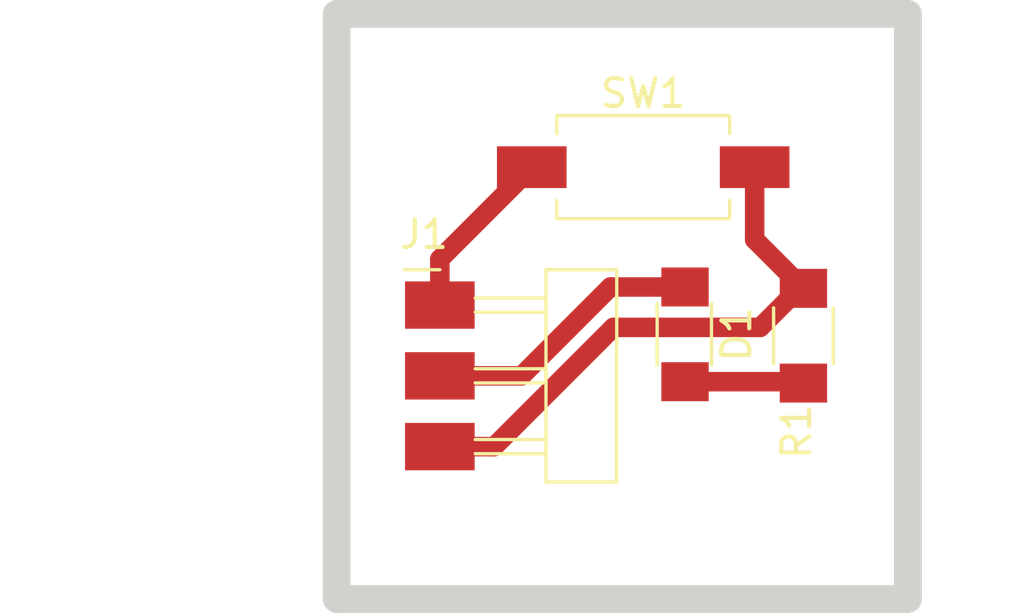
<source format=kicad_pcb>
(kicad_pcb (version 20240108) (generator "pcbnew") (generator_version "8.0")
  (layers (0 "F.Cu" signal) (31 "B.Cu" signal) (34 "B.Paste" user) (35 "F.Paste" user) (36 "B.SilkS" user "B.Silkscreen") (37 "F.SilkS" user "F.Silkscreen") (38 "B.Mask" user) (39 "F.Mask" user) (44 "Edge.Cuts" user))
  (net 0 "")
  (net 1 "GND")
  (net 2 "Net-(D1-A)")
  (net 3 "PWR_5V")
  (net 4 "Net-(J1-Pin_3)")
  (footprint "fab:PinHeader_1x03_P2.54mm_Horizontal_SMD" (layer "F.Cu") (at 78.7 52.45)
    (property "Reference" "J1" (at -1.524 -2.54 180) (layer "F.SilkS") (effects (justify left)))
    (property "Value" "Conn_PinHeader_1x03_P2.54mm_Horizontal_SMD")
    (fp_line (start -1.27 -1.27) (end 0 -1.27) (stroke (width 0.12)) (layer "F.SilkS"))
    (fp_line (start 3.81 -1.27) (end 6.35 -1.27) (stroke (width 0.12)) (layer "F.SilkS"))
    (fp_line (start 3.81 -0.254) (end 1.27 -0.254) (stroke (width 0.12)) (layer "F.SilkS"))
    (fp_line (start 3.81 0.254) (end 1.27 0.254) (stroke (width 0.12)) (layer "F.SilkS"))
    (fp_line (start 3.81 2.286) (end 1.27 2.286) (stroke (width 0.12)) (layer "F.SilkS"))
    (fp_line (start 3.81 2.794) (end 1.27 2.794) (stroke (width 0.12)) (layer "F.SilkS"))
    (fp_line (start 3.81 4.826) (end 1.27 4.826) (stroke (width 0.12)) (layer "F.SilkS"))
    (fp_line (start 3.81 5.334) (end 1.27 5.334) (stroke (width 0.12)) (layer "F.SilkS"))
    (fp_line (start 3.81 6.35) (end 3.81 -1.27) (stroke (width 0.12)) (layer "F.SilkS"))
    (fp_line (start 6.35 -1.27) (end 6.35 6.35) (stroke (width 0.12)) (layer "F.SilkS"))
    (fp_line (start 6.35 6.35) (end 3.81 6.35) (stroke (width 0.12)) (layer "F.SilkS"))
    (pad "1" smd rect (at 0 0) (size 2.5 1.7) (layers "F.Cu" "F.Paste" "F.Mask") (net 3 "PWR_5V"))
    (pad "2" smd rect (at 0 2.54) (size 2.5 1.7) (layers "F.Cu" "F.Paste" "F.Mask") (net 1 "GND"))
    (pad "3" smd rect (at 0 5.08) (size 2.5 1.7) (layers "F.Cu" "F.Paste" "F.Mask") (net 4 "Net-(J1-Pin_3)"))
  )
  (footprint "fab:R_1206" (layer "F.Cu") (at 91.75 53.55 -90)
    (property "Reference" "R1" (at 3.45 0.25 90) (layer "F.SilkS"))
    (property "Value" "R_1206")
    (fp_line (start 1 1.07) (end -1 1.07) (stroke (width 0.12)) (layer "F.SilkS"))
    (fp_line (start -1 -1.07) (end 1 -1.07) (stroke (width 0.12)) (layer "F.SilkS"))
    (pad "1" smd rect (at -1.7 0 270) (size 1.4 1.7) (layers "F.Cu" "F.Paste" "F.Mask") (net 4 "Net-(J1-Pin_3)"))
    (pad "2" smd rect (at 1.7 0 270) (size 1.4 1.7) (layers "F.Cu" "F.Paste" "F.Mask") (net 2 "Net-(D1-A)"))
  )
  (footprint "fab:Button_CnK_PTS636.0_6x3.5mm" (layer "F.Cu") (at 86 47.5)
    (property "Reference" "SW1" (at 0 -2.65 0) (layer "F.SilkS"))
    (property "Value" "Switch_Tactile_CnK")
    (fp_line (start -3.1 -1.85) (end -3.1 -1.2) (stroke (width 0.12)) (layer "F.SilkS"))
    (fp_line (start -3.1 1.2) (end -3.1 1.85) (stroke (width 0.12)) (layer "F.SilkS"))
    (fp_line (start -3.1 1.85) (end 3.1 1.85) (stroke (width 0.12)) (layer "F.SilkS"))
    (fp_line (start 3.1 -1.85) (end -3.1 -1.85) (stroke (width 0.12)) (layer "F.SilkS"))
    (fp_line (start 3.1 -1.85) (end 3.1 -1.2) (stroke (width 0.12)) (layer "F.SilkS"))
    (fp_line (start 3.1 1.85) (end 3.1 1.2) (stroke (width 0.12)) (layer "F.SilkS"))
    (pad "1" smd rect (at -4 0) (size 2.5 1.5) (layers "F.Cu" "F.Paste" "F.Mask") (net 3 "PWR_5V"))
    (pad "2" smd rect (at 4 0) (size 2.5 1.5) (layers "F.Cu" "F.Paste" "F.Mask") (net 4 "Net-(J1-Pin_3)"))
  )
  (footprint "fab:LED_1206" (layer "F.Cu") (at 87.5 53.5 -90)
    (property "Reference" "D1" (at 0 -1.85 90) (layer "F.SilkS"))
    (property "Value" "LED_1206")
    (fp_line (start -1.1 1) (end 1.1 1) (stroke (width 0.12)) (layer "F.SilkS"))
    (fp_line (start -1.1 -0.95) (end 1.1 -0.95) (stroke (width 0.12)) (layer "F.SilkS"))
    (pad "1" smd rect (at -1.7 0 270) (size 1.4 1.7) (layers "F.Cu" "F.Paste" "F.Mask") (net 1 "GND"))
    (pad "2" smd rect (at 1.7 0 270) (size 1.4 1.7) (layers "F.Cu" "F.Paste" "F.Mask") (net 2 "Net-(D1-A)"))
  )
  (gr_line (start 75 63) (end 95.5 63) (stroke (width 1)) (layer "Edge.Cuts"))
  (gr_line (start 95.5 63) (end 95.5 42) (stroke (width 1)) (layer "Edge.Cuts"))
  (gr_line (start 75 42) (end 75 63) (stroke (width 1)) (layer "Edge.Cuts"))
  (gr_line (start 95.5 42) (end 75 42) (stroke (width 1)) (layer "Edge.Cuts"))
  (segment (start 81.634366 54.99) (end 84.824366 51.8) (width 0.7) (layer "F.Cu") (net 1))
  (segment (start 78.7 54.99) (end 81.634366 54.99) (width 0.7) (layer "F.Cu") (net 1))
  (segment (start 84.824366 51.8) (end 87.5 51.8) (width 0.7) (layer "F.Cu") (net 1))
  (segment (start 87.5 55.2) (end 91.7 55.2) (width 0.7) (layer "F.Cu") (net 2))
  (segment (start 91.7 55.2) (end 91.75 55.25) (width 0.7) (layer "F.Cu") (net 2))
  (segment (start 78.7 50.8) (end 82 47.5) (width 0.7) (layer "F.Cu") (net 3))
  (segment (start 78.7 52.45) (end 78.7 50.8) (width 0.7) (layer "F.Cu") (net 3))
  (segment (start 90 50.1) (end 91.75 51.85) (width 0.7) (layer "F.Cu") (net 4))
  (segment (start 91.6 51.85) (end 90.2 53.25) (width 0.7) (layer "F.Cu") (net 4))
  (segment (start 84.93 53.25) (end 80.65 57.53) (width 0.7) (layer "F.Cu") (net 4))
  (segment (start 90 47.5) (end 90 50.1) (width 0.7) (layer "F.Cu") (net 4))
  (segment (start 91.75 51.85) (end 91.6 51.85) (width 0.7) (layer "F.Cu") (net 4))
  (segment (start 90.2 53.25) (end 84.93 53.25) (width 0.7) (layer "F.Cu") (net 4))
  (segment (start 80.65 57.53) (end 78.7 57.53) (width 0.7) (layer "F.Cu") (net 4))
)
</source>
